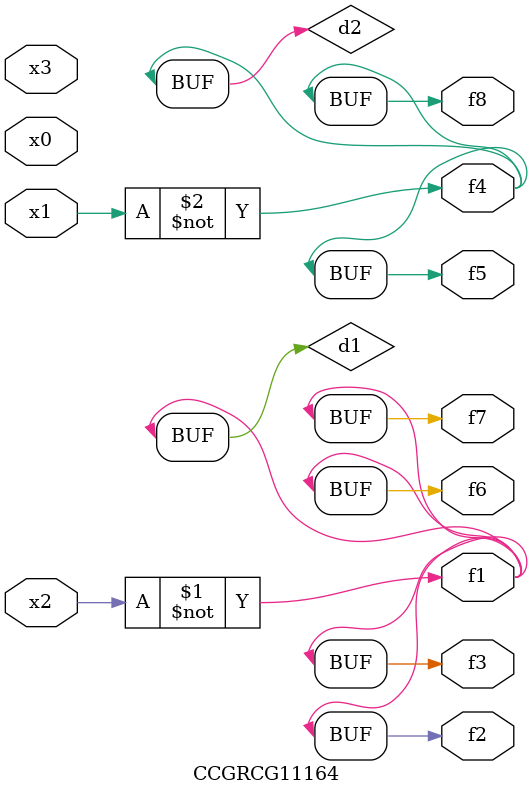
<source format=v>
module CCGRCG11164(
	input x0, x1, x2, x3,
	output f1, f2, f3, f4, f5, f6, f7, f8
);

	wire d1, d2;

	xnor (d1, x2);
	not (d2, x1);
	assign f1 = d1;
	assign f2 = d1;
	assign f3 = d1;
	assign f4 = d2;
	assign f5 = d2;
	assign f6 = d1;
	assign f7 = d1;
	assign f8 = d2;
endmodule

</source>
